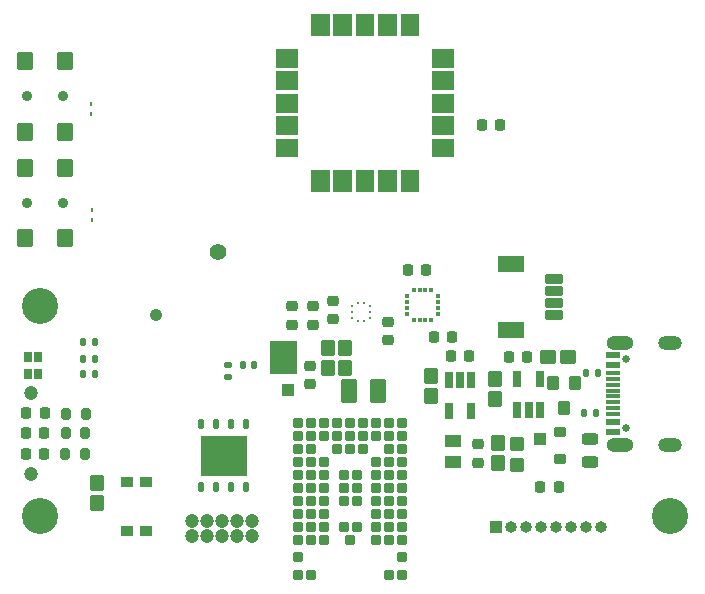
<source format=gbr>
%TF.GenerationSoftware,KiCad,Pcbnew,9.0.0-rc1*%
%TF.CreationDate,2025-02-03T21:42:01-06:00*%
%TF.ProjectId,tempo,74656d70-6f2e-46b6-9963-61645f706362,rev?*%
%TF.SameCoordinates,Original*%
%TF.FileFunction,Soldermask,Top*%
%TF.FilePolarity,Negative*%
%FSLAX46Y46*%
G04 Gerber Fmt 4.6, Leading zero omitted, Abs format (unit mm)*
G04 Created by KiCad (PCBNEW 9.0.0-rc1) date 2025-02-03 21:42:01*
%MOMM*%
%LPD*%
G01*
G04 APERTURE LIST*
G04 Aperture macros list*
%AMRoundRect*
0 Rectangle with rounded corners*
0 $1 Rounding radius*
0 $2 $3 $4 $5 $6 $7 $8 $9 X,Y pos of 4 corners*
0 Add a 4 corners polygon primitive as box body*
4,1,4,$2,$3,$4,$5,$6,$7,$8,$9,$2,$3,0*
0 Add four circle primitives for the rounded corners*
1,1,$1+$1,$2,$3*
1,1,$1+$1,$4,$5*
1,1,$1+$1,$6,$7*
1,1,$1+$1,$8,$9*
0 Add four rect primitives between the rounded corners*
20,1,$1+$1,$2,$3,$4,$5,0*
20,1,$1+$1,$4,$5,$6,$7,0*
20,1,$1+$1,$6,$7,$8,$9,0*
20,1,$1+$1,$8,$9,$2,$3,0*%
G04 Aperture macros list end*
%ADD10C,0.100000*%
%ADD11C,0.010000*%
%ADD12RoundRect,0.140000X-0.140000X-0.170000X0.140000X-0.170000X0.140000X0.170000X-0.140000X0.170000X0*%
%ADD13RoundRect,0.225000X0.225000X0.250000X-0.225000X0.250000X-0.225000X-0.250000X0.225000X-0.250000X0*%
%ADD14RoundRect,0.225000X-0.225000X-0.250000X0.225000X-0.250000X0.225000X0.250000X-0.225000X0.250000X0*%
%ADD15C,1.203200*%
%ADD16RoundRect,0.135000X0.135000X0.185000X-0.135000X0.185000X-0.135000X-0.185000X0.135000X-0.185000X0*%
%ADD17RoundRect,0.200000X0.200000X0.275000X-0.200000X0.275000X-0.200000X-0.275000X0.200000X-0.275000X0*%
%ADD18RoundRect,0.101600X0.275000X0.600000X-0.275000X0.600000X-0.275000X-0.600000X0.275000X-0.600000X0*%
%ADD19RoundRect,0.125000X-0.125000X0.262500X-0.125000X-0.262500X0.125000X-0.262500X0.125000X0.262500X0*%
%ADD20R,4.000000X3.400000*%
%ADD21RoundRect,0.101600X-0.675000X0.300000X-0.675000X-0.300000X0.675000X-0.300000X0.675000X0.300000X0*%
%ADD22RoundRect,0.101600X-1.000000X0.600000X-1.000000X-0.600000X1.000000X-0.600000X1.000000X0.600000X0*%
%ADD23RoundRect,0.101600X-0.415000X0.315000X-0.415000X-0.315000X0.415000X-0.315000X0.415000X0.315000X0*%
%ADD24R,1.000000X1.000000*%
%ADD25RoundRect,0.062500X-0.062500X0.117500X-0.062500X-0.117500X0.062500X-0.117500X0.062500X0.117500X0*%
%ADD26O,1.000000X1.000000*%
%ADD27RoundRect,0.101600X0.500000X-0.550000X0.500000X0.550000X-0.500000X0.550000X-0.500000X-0.550000X0*%
%ADD28RoundRect,0.101600X-0.500000X0.550000X-0.500000X-0.550000X0.500000X-0.550000X0.500000X0.550000X0*%
%ADD29C,3.048000*%
%ADD30RoundRect,0.225000X-0.250000X0.225000X-0.250000X-0.225000X0.250000X-0.225000X0.250000X0.225000X0*%
%ADD31RoundRect,0.101600X-0.550000X-0.950000X0.550000X-0.950000X0.550000X0.950000X-0.550000X0.950000X0*%
%ADD32RoundRect,0.102000X-0.300000X0.300000X-0.300000X-0.300000X0.300000X-0.300000X0.300000X0.300000X0*%
%ADD33RoundRect,0.225000X0.250000X-0.225000X0.250000X0.225000X-0.250000X0.225000X-0.250000X-0.225000X0*%
%ADD34C,0.650000*%
%ADD35R,1.250000X0.600000*%
%ADD36R,1.250000X0.300000*%
%ADD37O,2.304000X1.204000*%
%ADD38O,2.004000X1.204000*%
%ADD39RoundRect,0.135000X0.185000X-0.135000X0.185000X0.135000X-0.185000X0.135000X-0.185000X-0.135000X0*%
%ADD40RoundRect,0.101600X-0.600000X0.400000X-0.600000X-0.400000X0.600000X-0.400000X0.600000X0.400000X0*%
%ADD41RoundRect,0.180480X-0.421120X-0.421120X0.421120X-0.421120X0.421120X0.421120X-0.421120X0.421120X0*%
%ADD42C,0.900000*%
%ADD43RoundRect,0.210000X0.490000X0.540000X-0.490000X0.540000X-0.490000X-0.540000X0.490000X-0.540000X0*%
%ADD44R,0.650000X0.850000*%
%ADD45RoundRect,0.218750X-0.218750X-0.256250X0.218750X-0.256250X0.218750X0.256250X-0.218750X0.256250X0*%
%ADD46RoundRect,0.101600X0.550000X0.500000X-0.550000X0.500000X-0.550000X-0.500000X0.550000X-0.500000X0*%
%ADD47R,0.254000X0.279400*%
%ADD48R,0.279400X0.254000*%
%ADD49RoundRect,0.101600X-0.275000X-0.600000X0.275000X-0.600000X0.275000X0.600000X-0.275000X0.600000X0*%
%ADD50R,1.000000X0.900000*%
%ADD51RoundRect,0.243750X0.456250X-0.243750X0.456250X0.243750X-0.456250X0.243750X-0.456250X-0.243750X0*%
%ADD52RoundRect,0.101600X0.400000X0.450000X-0.400000X0.450000X-0.400000X-0.450000X0.400000X-0.450000X0*%
%ADD53R,0.304800X0.457200*%
%ADD54R,0.457200X0.304800*%
%ADD55C,1.200000*%
%ADD56C,1.070000*%
%ADD57C,1.400000*%
G04 APERTURE END LIST*
D10*
%TO.C,U4*%
X150335000Y-101365000D02*
X148085000Y-101365000D01*
X148085000Y-98615000D01*
X150335000Y-98615000D01*
X150335000Y-101365000D01*
G36*
X150335000Y-101365000D02*
G01*
X148085000Y-101365000D01*
X148085000Y-98615000D01*
X150335000Y-98615000D01*
X150335000Y-101365000D01*
G37*
D11*
%TO.C,U2*%
X150410000Y-75390000D02*
X148610000Y-75390000D01*
X148610000Y-73890000D01*
X150410000Y-73890000D01*
X150410000Y-75390000D01*
G36*
X150410000Y-75390000D02*
G01*
X148610000Y-75390000D01*
X148610000Y-73890000D01*
X150410000Y-73890000D01*
X150410000Y-75390000D01*
G37*
X150410000Y-77290000D02*
X148610000Y-77290000D01*
X148610000Y-75790000D01*
X150410000Y-75790000D01*
X150410000Y-77290000D01*
G36*
X150410000Y-77290000D02*
G01*
X148610000Y-77290000D01*
X148610000Y-75790000D01*
X150410000Y-75790000D01*
X150410000Y-77290000D01*
G37*
X150410000Y-79190000D02*
X148610000Y-79190000D01*
X148610000Y-77690000D01*
X150410000Y-77690000D01*
X150410000Y-79190000D01*
G36*
X150410000Y-79190000D02*
G01*
X148610000Y-79190000D01*
X148610000Y-77690000D01*
X150410000Y-77690000D01*
X150410000Y-79190000D01*
G37*
X150410000Y-81090000D02*
X148610000Y-81090000D01*
X148610000Y-79590000D01*
X150410000Y-79590000D01*
X150410000Y-81090000D01*
G36*
X150410000Y-81090000D02*
G01*
X148610000Y-81090000D01*
X148610000Y-79590000D01*
X150410000Y-79590000D01*
X150410000Y-81090000D01*
G37*
X150410000Y-82990000D02*
X148610000Y-82990000D01*
X148610000Y-81490000D01*
X150410000Y-81490000D01*
X150410000Y-82990000D01*
G36*
X150410000Y-82990000D02*
G01*
X148610000Y-82990000D01*
X148610000Y-81490000D01*
X150410000Y-81490000D01*
X150410000Y-82990000D01*
G37*
X153060000Y-72740000D02*
X151560000Y-72740000D01*
X151560000Y-70940000D01*
X153060000Y-70940000D01*
X153060000Y-72740000D01*
G36*
X153060000Y-72740000D02*
G01*
X151560000Y-72740000D01*
X151560000Y-70940000D01*
X153060000Y-70940000D01*
X153060000Y-72740000D01*
G37*
X153060000Y-85940000D02*
X151560000Y-85940000D01*
X151560000Y-84140000D01*
X153060000Y-84140000D01*
X153060000Y-85940000D01*
G36*
X153060000Y-85940000D02*
G01*
X151560000Y-85940000D01*
X151560000Y-84140000D01*
X153060000Y-84140000D01*
X153060000Y-85940000D01*
G37*
X154960000Y-72740000D02*
X153460000Y-72740000D01*
X153460000Y-70940000D01*
X154960000Y-70940000D01*
X154960000Y-72740000D01*
G36*
X154960000Y-72740000D02*
G01*
X153460000Y-72740000D01*
X153460000Y-70940000D01*
X154960000Y-70940000D01*
X154960000Y-72740000D01*
G37*
X154960000Y-85940000D02*
X153460000Y-85940000D01*
X153460000Y-84140000D01*
X154960000Y-84140000D01*
X154960000Y-85940000D01*
G36*
X154960000Y-85940000D02*
G01*
X153460000Y-85940000D01*
X153460000Y-84140000D01*
X154960000Y-84140000D01*
X154960000Y-85940000D01*
G37*
X156860000Y-72740000D02*
X155360000Y-72740000D01*
X155360000Y-70940000D01*
X156860000Y-70940000D01*
X156860000Y-72740000D01*
G36*
X156860000Y-72740000D02*
G01*
X155360000Y-72740000D01*
X155360000Y-70940000D01*
X156860000Y-70940000D01*
X156860000Y-72740000D01*
G37*
X156860000Y-85940000D02*
X155360000Y-85940000D01*
X155360000Y-84140000D01*
X156860000Y-84140000D01*
X156860000Y-85940000D01*
G36*
X156860000Y-85940000D02*
G01*
X155360000Y-85940000D01*
X155360000Y-84140000D01*
X156860000Y-84140000D01*
X156860000Y-85940000D01*
G37*
X158760000Y-72740000D02*
X157260000Y-72740000D01*
X157260000Y-70940000D01*
X158760000Y-70940000D01*
X158760000Y-72740000D01*
G36*
X158760000Y-72740000D02*
G01*
X157260000Y-72740000D01*
X157260000Y-70940000D01*
X158760000Y-70940000D01*
X158760000Y-72740000D01*
G37*
X158760000Y-85940000D02*
X157260000Y-85940000D01*
X157260000Y-84140000D01*
X158760000Y-84140000D01*
X158760000Y-85940000D01*
G36*
X158760000Y-85940000D02*
G01*
X157260000Y-85940000D01*
X157260000Y-84140000D01*
X158760000Y-84140000D01*
X158760000Y-85940000D01*
G37*
X160660000Y-72740000D02*
X159160000Y-72740000D01*
X159160000Y-70940000D01*
X160660000Y-70940000D01*
X160660000Y-72740000D01*
G36*
X160660000Y-72740000D02*
G01*
X159160000Y-72740000D01*
X159160000Y-70940000D01*
X160660000Y-70940000D01*
X160660000Y-72740000D01*
G37*
X160660000Y-85940000D02*
X159160000Y-85940000D01*
X159160000Y-84140000D01*
X160660000Y-84140000D01*
X160660000Y-85940000D01*
G36*
X160660000Y-85940000D02*
G01*
X159160000Y-85940000D01*
X159160000Y-84140000D01*
X160660000Y-84140000D01*
X160660000Y-85940000D01*
G37*
X163610000Y-75390000D02*
X161810000Y-75390000D01*
X161810000Y-73890000D01*
X163610000Y-73890000D01*
X163610000Y-75390000D01*
G36*
X163610000Y-75390000D02*
G01*
X161810000Y-75390000D01*
X161810000Y-73890000D01*
X163610000Y-73890000D01*
X163610000Y-75390000D01*
G37*
X163610000Y-77290000D02*
X161810000Y-77290000D01*
X161810000Y-75790000D01*
X163610000Y-75790000D01*
X163610000Y-77290000D01*
G36*
X163610000Y-77290000D02*
G01*
X161810000Y-77290000D01*
X161810000Y-75790000D01*
X163610000Y-75790000D01*
X163610000Y-77290000D01*
G37*
X163610000Y-79190000D02*
X161810000Y-79190000D01*
X161810000Y-77690000D01*
X163610000Y-77690000D01*
X163610000Y-79190000D01*
G36*
X163610000Y-79190000D02*
G01*
X161810000Y-79190000D01*
X161810000Y-77690000D01*
X163610000Y-77690000D01*
X163610000Y-79190000D01*
G37*
X163610000Y-81090000D02*
X161810000Y-81090000D01*
X161810000Y-79590000D01*
X163610000Y-79590000D01*
X163610000Y-81090000D01*
G36*
X163610000Y-81090000D02*
G01*
X161810000Y-81090000D01*
X161810000Y-79590000D01*
X163610000Y-79590000D01*
X163610000Y-81090000D01*
G37*
X163610000Y-82990000D02*
X161810000Y-82990000D01*
X161810000Y-81490000D01*
X163610000Y-81490000D01*
X163610000Y-82990000D01*
G36*
X163610000Y-82990000D02*
G01*
X161810000Y-82990000D01*
X161810000Y-81490000D01*
X163610000Y-81490000D01*
X163610000Y-82990000D01*
G37*
%TD*%
D12*
%TO.C,C9*%
X145780000Y-100640000D03*
X146740000Y-100640000D03*
%TD*%
D13*
%TO.C,C8*%
X161335000Y-92639999D03*
X159785000Y-92639999D03*
%TD*%
D14*
%TO.C,C15*%
X170980000Y-110940000D03*
X172530000Y-110940000D03*
%TD*%
D13*
%TO.C,C10*%
X164970000Y-99880000D03*
X163420000Y-99880000D03*
%TD*%
D15*
%TO.C,J5*%
X146610000Y-113855000D03*
X146610000Y-115125000D03*
X145340000Y-113855000D03*
X145340000Y-115125000D03*
X144070000Y-113855000D03*
X144070000Y-115125000D03*
X142800000Y-113855000D03*
X142800000Y-115125000D03*
X141530000Y-113855000D03*
X141530000Y-115125000D03*
%TD*%
D16*
%TO.C,R2*%
X175870000Y-101340000D03*
X174850000Y-101340000D03*
%TD*%
D17*
%TO.C,R9*%
X132460000Y-106440000D03*
X130810000Y-106440000D03*
%TD*%
D18*
%TO.C,U6*%
X165120000Y-101904900D03*
X164170000Y-101904900D03*
X163220000Y-101904900D03*
X163220000Y-104505100D03*
X165120000Y-104505100D03*
%TD*%
D17*
%TO.C,R5*%
X132510000Y-104780000D03*
X130860000Y-104780000D03*
%TD*%
D19*
%TO.C,U5*%
X146077500Y-105677500D03*
X144807500Y-105677500D03*
X143537500Y-105677500D03*
X142267500Y-105677500D03*
X142267500Y-111002500D03*
X143537500Y-111002500D03*
X144807500Y-111002500D03*
X146077500Y-111002500D03*
D20*
X144172500Y-108340000D03*
%TD*%
D21*
%TO.C,J4*%
X172160000Y-93390000D03*
X172160000Y-94390000D03*
X172160000Y-95390000D03*
X172160000Y-96390000D03*
D22*
X168485000Y-97690000D03*
X168485000Y-92090000D03*
%TD*%
D23*
%TO.C,D5*%
X172670000Y-108630000D03*
X172670000Y-106330000D03*
%TD*%
D24*
%TO.C,TP3*%
X149660000Y-102740000D03*
%TD*%
D14*
%TO.C,C2*%
X166035000Y-80340000D03*
X167585000Y-80340000D03*
%TD*%
D25*
%TO.C,D2*%
X132960000Y-79410000D03*
X132960000Y-78570000D03*
%TD*%
D24*
%TO.C,J3*%
X167260000Y-114340000D03*
D26*
X168530000Y-114340000D03*
X169800000Y-114340000D03*
X171070000Y-114340000D03*
X172340000Y-114340000D03*
X173610000Y-114340000D03*
X174880000Y-114340000D03*
X176150000Y-114340000D03*
%TD*%
D27*
%TO.C,R13*%
X161745000Y-103280000D03*
X161745000Y-101580000D03*
%TD*%
D28*
%TO.C,R15*%
X167420000Y-107280000D03*
X167420000Y-108980000D03*
%TD*%
D29*
%TO.C,H1*%
X128609784Y-95650000D03*
%TD*%
D30*
%TO.C,C11*%
X165670000Y-107380000D03*
X165670000Y-108930000D03*
%TD*%
D31*
%TO.C,Y1*%
X154760000Y-102840000D03*
X157260000Y-102840000D03*
%TD*%
D27*
%TO.C,R4*%
X154410000Y-100940000D03*
X154410000Y-99240000D03*
%TD*%
D16*
%TO.C,R8*%
X133305000Y-101430000D03*
X132285000Y-101430000D03*
%TD*%
D32*
%TO.C,U7*%
X150510000Y-105540000D03*
X151610000Y-105540000D03*
X152710000Y-105540000D03*
X153810000Y-105540000D03*
X154910000Y-105540000D03*
X156010000Y-105540000D03*
X157110000Y-105540000D03*
X158210000Y-105540000D03*
X159310000Y-105540000D03*
X150510000Y-106640000D03*
X151610000Y-106640000D03*
X152710000Y-106640000D03*
X153810000Y-106640000D03*
X154910000Y-106640000D03*
X156010000Y-106640000D03*
X157110000Y-106640000D03*
X158210000Y-106640000D03*
X159310000Y-106640000D03*
X150510000Y-107740000D03*
X151610000Y-107740000D03*
X153810000Y-107740000D03*
X154910000Y-107740000D03*
X156010000Y-107740000D03*
X158210000Y-107740000D03*
X159310000Y-107740000D03*
X150510000Y-108840000D03*
X151610000Y-108840000D03*
X152710000Y-108840000D03*
X157110000Y-108840000D03*
X158210000Y-108840000D03*
X159310000Y-108840000D03*
X150510000Y-109940000D03*
X151610000Y-109940000D03*
X152710000Y-109940000D03*
X154360000Y-109940000D03*
X155460000Y-109940000D03*
X157110000Y-109940000D03*
X158210000Y-109940000D03*
X159310000Y-109940000D03*
X150510000Y-111040000D03*
X151610000Y-111040000D03*
X152710000Y-111040000D03*
X154360000Y-111040000D03*
X155460000Y-111040000D03*
X157110000Y-111040000D03*
X158210000Y-111040000D03*
X159310000Y-111040000D03*
X150510000Y-112140000D03*
X151610000Y-112140000D03*
X152710000Y-112140000D03*
X154360000Y-112140000D03*
X155460000Y-112140000D03*
X157110000Y-112140000D03*
X158210000Y-112140000D03*
X159310000Y-112140000D03*
X150510000Y-113240000D03*
X151610000Y-113240000D03*
X152710000Y-113240000D03*
X157110000Y-113240000D03*
X158210000Y-113240000D03*
X159310000Y-113240000D03*
X150510000Y-114340000D03*
X151610000Y-114340000D03*
X152710000Y-114340000D03*
X154360000Y-114340000D03*
X155460000Y-114340000D03*
X157110000Y-114340000D03*
X158210000Y-114340000D03*
X159310000Y-114340000D03*
X150510000Y-115440000D03*
X151610000Y-115440000D03*
X152710000Y-115440000D03*
X154910000Y-115440000D03*
X157110000Y-115440000D03*
X158210000Y-115440000D03*
X159310000Y-115440000D03*
X150510000Y-116940000D03*
X159310000Y-116940000D03*
X150510000Y-118440000D03*
X151610000Y-118440000D03*
X158210000Y-118440000D03*
X159310000Y-118440000D03*
%TD*%
D27*
%TO.C,R14*%
X133460000Y-112340000D03*
X133460000Y-110640000D03*
%TD*%
D33*
%TO.C,C3*%
X153409300Y-96765126D03*
X153409300Y-95215126D03*
%TD*%
%TO.C,C7*%
X151710000Y-97230000D03*
X151710000Y-95680000D03*
%TD*%
D14*
%TO.C,C4*%
X161990000Y-98289999D03*
X163540000Y-98289999D03*
%TD*%
D34*
%TO.C,J2*%
X178265000Y-105965000D03*
X178265000Y-100185000D03*
D35*
X177155000Y-106315000D03*
X177155000Y-105515000D03*
D36*
X177155000Y-104315000D03*
X177155000Y-103315000D03*
X177155000Y-102815000D03*
X177155000Y-101815000D03*
D35*
X177155000Y-100615000D03*
X177155000Y-99815000D03*
X177155000Y-99815000D03*
X177155000Y-100615000D03*
D36*
X177155000Y-101315000D03*
X177155000Y-102315000D03*
X177155000Y-103815000D03*
X177155000Y-104815000D03*
D35*
X177155000Y-105515000D03*
X177155000Y-106315000D03*
D37*
X177765000Y-107395000D03*
D38*
X181945000Y-107395000D03*
D37*
X177765000Y-98755000D03*
D38*
X181945000Y-98755000D03*
%TD*%
D28*
%TO.C,R16*%
X167145000Y-101805000D03*
X167145000Y-103505000D03*
%TD*%
D39*
%TO.C,R12*%
X144540000Y-101640000D03*
X144540000Y-100620000D03*
%TD*%
D40*
%TO.C,C13*%
X163610000Y-107090000D03*
X163610000Y-108890000D03*
%TD*%
D41*
%TO.C,LED4*%
X169020000Y-109132000D03*
X169020000Y-107378000D03*
%TD*%
D42*
%TO.C,SW3*%
X130560000Y-77890000D03*
X127560000Y-77890000D03*
D43*
X130760000Y-80890000D03*
X127360000Y-80890000D03*
X130760000Y-74890000D03*
X127360000Y-74890000D03*
%TD*%
D30*
%TO.C,C6*%
X151460000Y-100715000D03*
X151460000Y-102265000D03*
%TD*%
D25*
%TO.C,D1*%
X133010000Y-88360000D03*
X133010000Y-87520000D03*
%TD*%
D44*
%TO.C,RGB1*%
X127620000Y-99955000D03*
X128470000Y-99955000D03*
X128470000Y-101405000D03*
X127620000Y-101405000D03*
%TD*%
D16*
%TO.C,R7*%
X133315000Y-100180000D03*
X132295000Y-100180000D03*
%TD*%
D13*
%TO.C,C12*%
X169870000Y-99980000D03*
X168320000Y-99980000D03*
%TD*%
D45*
%TO.C,LED3*%
X127417500Y-108150000D03*
X128992500Y-108150000D03*
%TD*%
D46*
%TO.C,R11*%
X173320000Y-99980000D03*
X171620000Y-99980000D03*
%TD*%
D47*
%TO.C,U1*%
X155559237Y-96939426D03*
X156059363Y-96939426D03*
D48*
X156558600Y-96690252D03*
X156558600Y-96190126D03*
X156558600Y-95690000D03*
D47*
X156059363Y-95440826D03*
X155559237Y-95440826D03*
D48*
X155060000Y-95690000D03*
X155060000Y-96190126D03*
X155060000Y-96690252D03*
%TD*%
D24*
%TO.C,TP4*%
X170960000Y-106900000D03*
%TD*%
D45*
%TO.C,LED1*%
X127437500Y-104740000D03*
X129012500Y-104740000D03*
%TD*%
D17*
%TO.C,R10*%
X132400000Y-108170000D03*
X130750000Y-108170000D03*
%TD*%
D49*
%TO.C,U8*%
X169045500Y-104455100D03*
X169995500Y-104455100D03*
X170945500Y-104455100D03*
X170945500Y-101854900D03*
X169045500Y-101854900D03*
%TD*%
D29*
%TO.C,H3*%
X181960000Y-113440000D03*
%TD*%
D16*
%TO.C,R1*%
X175670000Y-104690000D03*
X174650000Y-104690000D03*
%TD*%
D50*
%TO.C,SW4*%
X135960000Y-114690000D03*
X135960000Y-110590000D03*
X137560000Y-114690000D03*
X137560000Y-110590000D03*
%TD*%
D42*
%TO.C,SW2*%
X130560000Y-86940000D03*
X127560000Y-86940000D03*
D43*
X130760000Y-89940000D03*
X127360000Y-89940000D03*
X130760000Y-83940000D03*
X127360000Y-83940000D03*
%TD*%
D51*
%TO.C,F1*%
X175210000Y-108827500D03*
X175210000Y-106952500D03*
%TD*%
D27*
%TO.C,R3*%
X153010000Y-100940000D03*
X153010000Y-99240000D03*
%TD*%
D33*
%TO.C,C1*%
X158110000Y-98565000D03*
X158110000Y-97015000D03*
%TD*%
D52*
%TO.C,Q1*%
X173930000Y-102180000D03*
X172030000Y-102180000D03*
X172980000Y-104280000D03*
%TD*%
D45*
%TO.C,LED2*%
X127417500Y-106450000D03*
X128992500Y-106450000D03*
%TD*%
D29*
%TO.C,H2*%
X128610000Y-113440000D03*
%TD*%
D16*
%TO.C,R6*%
X133305000Y-98730000D03*
X132285000Y-98730000D03*
%TD*%
D33*
%TO.C,C5*%
X149980000Y-97230000D03*
X149980000Y-95680000D03*
%TD*%
D53*
%TO.C,U3*%
X160259999Y-96820798D03*
X160760000Y-96820798D03*
X161260000Y-96820798D03*
X161760001Y-96820798D03*
D54*
X162284999Y-96295800D03*
X162284999Y-95795799D03*
X162284999Y-95295799D03*
X162284999Y-94795798D03*
D53*
X161760001Y-94270800D03*
X161260000Y-94270800D03*
X160760000Y-94270800D03*
X160259999Y-94270800D03*
D54*
X159735001Y-94795798D03*
X159735001Y-95295799D03*
X159735001Y-95795799D03*
X159735001Y-96295800D03*
%TD*%
D55*
%TO.C,SW1*%
X127897500Y-109850000D03*
X127897500Y-103050000D03*
%TD*%
D56*
%TO.C,B1*%
X138435126Y-96414874D03*
D57*
X143738427Y-91111573D03*
%TD*%
M02*

</source>
